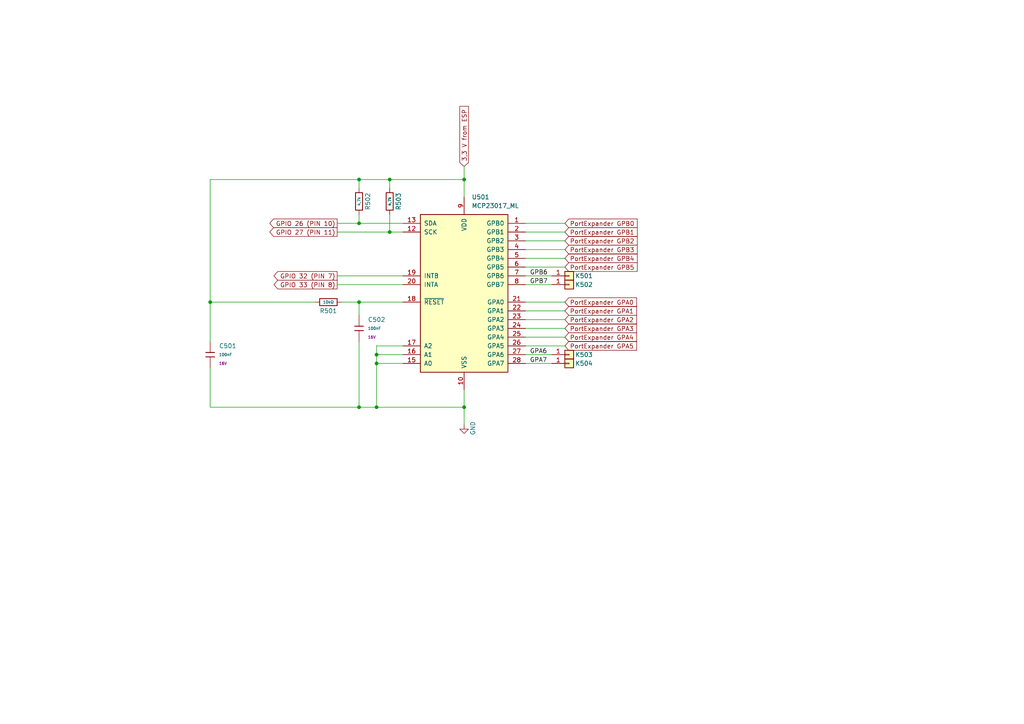
<source format=kicad_sch>
(kicad_sch (version 20231120) (generator "eeschema") (generator_version "8.0")
  (paper "A4")
  (title_block (title "Port Expander") (comment 1 "Subsheet Brake Out Borad") (comment 2 "(c) Norbert Schechner"))
  (lib_symbols
    (symbol "Connector_Generic:Conn_01x01" (pin_names (offset 1.016) hide)
      (property "Reference" "J" (at 0 2.54 0))
      (property "Value" "Conn_01x01" (at 0 -2.54 0))
      (symbol "Conn_01x01_1_1"
        (rectangle (start -1.27 0.127) (end 0 -0.127) (stroke (width 0.1524)))
        (rectangle (start -1.27 1.27) (end 1.27 -1.27) (stroke (width 0.254)) (fill (type background)))
        (pin passive line (at -5.08 0 0) (length 3.81) (name "Pin_1") (number "1"))
      )
    )
    (symbol "Interface_Expansion:MCP23017_SS" (pin_names (offset 1.016))
      (property "Reference" "U" (at -11.43 24.13 0))
      (property "Value" "MCP23017_SS" (at 0 0 0))
      (symbol "MCP23017_SS_0_1"
        (rectangle (start -12.7 22.86) (end 12.7 -22.86) (stroke (width 0.254)) (fill (type background)))
      )
      (symbol "MCP23017_SS_1_1"
        (pin bidirectional line (at 17.78 20.32 180) (length 5.08) (name "GPB0") (number "1"))
        (pin power_in line (at 0 -27.94 90) (length 5.08) (name "VSS") (number "10"))
        (pin no_connect line (at -12.7 15.24 0) (length 5.08) hide (name "NC") (number "11"))
        (pin input line (at -17.78 17.78 0) (length 5.08) (name "SCK") (number "12"))
        (pin bidirectional line (at -17.78 20.32 0) (length 5.08) (name "SDA") (number "13"))
        (pin no_connect line (at -12.7 12.7 0) (length 5.08) hide (name "NC") (number "14"))
        (pin input line (at -17.78 -20.32 0) (length 5.08) (name "A0") (number "15"))
        (pin input line (at -17.78 -17.78 0) (length 5.08) (name "A1") (number "16"))
        (pin input line (at -17.78 -15.24 0) (length 5.08) (name "A2") (number "17"))
        (pin input line (at -17.78 -2.54 0) (length 5.08) (name "~{RESET}") (number "18"))
        (pin tri_state line (at -17.78 5.08 0) (length 5.08) (name "INTB") (number "19"))
        (pin bidirectional line (at 17.78 17.78 180) (length 5.08) (name "GPB1") (number "2"))
        (pin tri_state line (at -17.78 2.54 0) (length 5.08) (name "INTA") (number "20"))
        (pin bidirectional line (at 17.78 -2.54 180) (length 5.08) (name "GPA0") (number "21"))
        (pin bidirectional line (at 17.78 -5.08 180) (length 5.08) (name "GPA1") (number "22"))
        (pin bidirectional line (at 17.78 -7.62 180) (length 5.08) (name "GPA2") (number "23"))
        (pin bidirectional line (at 17.78 -10.16 180) (length 5.08) (name "GPA3") (number "24"))
        (pin bidirectional line (at 17.78 -12.7 180) (length 5.08) (name "GPA4") (number "25"))
        (pin bidirectional line (at 17.78 -15.24 180) (length 5.08) (name "GPA5") (number "26"))
        (pin bidirectional line (at 17.78 -17.78 180) (length 5.08) (name "GPA6") (number "27"))
        (pin output line (at 17.78 -20.32 180) (length 5.08) (name "GPA7") (number "28"))
        (pin bidirectional line (at 17.78 15.24 180) (length 5.08) (name "GPB2") (number "3"))
        (pin bidirectional line (at 17.78 12.7 180) (length 5.08) (name "GPB3") (number "4"))
        (pin bidirectional line (at 17.78 10.16 180) (length 5.08) (name "GPB4") (number "5"))
        (pin bidirectional line (at 17.78 7.62 180) (length 5.08) (name "GPB5") (number "6"))
        (pin bidirectional line (at 17.78 5.08 180) (length 5.08) (name "GPB6") (number "7"))
        (pin output line (at 17.78 2.54 180) (length 5.08) (name "GPB7") (number "8"))
        (pin power_in line (at 0 27.94 270) (length 5.08) (name "VDD") (number "9"))
      )
    )
    (symbol "PCM_JLCPCB-Capacitors:0402,100nF" (pin_numbers hide) (pin_names (offset 0))
      (property "Reference" "C" (at 2.032 1.668 0))
      (property "Value" "100nF" (at 2.032 -0.3782 0))
      (property "Voltage Rated" "16V" (at 2.032 -2.0462 0))
      (symbol "0402,100nF_0_1"
        (polyline (pts (xy -1.27 -0.635) (xy 1.27 -0.635)) (stroke (width 0.254)))
        (polyline (pts (xy -1.27 0.635) (xy 1.27 0.635)) (stroke (width 0.254)))
      )
      (symbol "0402,100nF_1_1"
        (pin passive line (at 0 3.81 270) (length 3.175) (name "~") (number "1"))
        (pin passive line (at 0 -3.81 90) (length 3.175) (name "~") (number "2"))
      )
    )
    (symbol "PCM_JLCPCB-Resistors:0603,10kΩ" (pin_numbers hide) (pin_names (offset 0))
      (property "Reference" "R" (at 1.778 0 0))
      (property "Value" "10kΩ" (at 0 0 90))
      (symbol "0603,10kΩ_0_1"
        (rectangle (start -1.016 2.54) (end 1.016 -2.54) (stroke (width 0.254)))
      )
      (symbol "0603,10kΩ_1_1"
        (pin passive line (at 0 3.81 270) (length 1.27) (name "~") (number "1"))
        (pin passive line (at 0 -3.81 90) (length 1.27) (name "~") (number "2"))
      )
    )
    (symbol "power:GND" (power) (pin_numbers hide) (pin_names (offset 0) hide)
      (property "Value" "GND" (at 0 -3.81 0))
      (symbol "GND_0_1"
        (polyline (pts (xy 0 0) (xy 0 -1.27) (xy 1.27 -1.27) (xy 0 -2.54) (xy -1.27 -1.27) (xy 0 -1.27)))
      )
      (symbol "GND_1_1"
        (pin power_in line (at 0 0 270) (length 0) (name "~") (number "1"))
      )
    )
  )
  (junction (at 104.14 118.11))
  (junction (at 109.22 102.87))
  (junction (at 113.03 67.31))
  (junction (at 60.96 87.63))
  (junction (at 104.14 52.07))
  (junction (at 104.14 64.77))
  (junction (at 109.22 118.11))
  (junction (at 134.62 118.11))
  (junction (at 109.22 105.41))
  (junction (at 113.03 52.07))
  (junction (at 104.14 87.63))
  (junction (at 134.62 52.07))
  (wire (pts (xy 152.4 95.25) (xy 163.83 95.25)))
  (wire (pts (xy 152.4 80.01) (xy 160.02 80.01)))
  (wire (pts (xy 152.4 72.39) (xy 163.83 72.39)))
  (wire (pts (xy 152.4 67.31) (xy 163.83 67.31)))
  (wire (pts (xy 104.14 99.06) (xy 104.14 118.11)))
  (wire (pts (xy 113.03 52.07) (xy 134.62 52.07)))
  (wire (pts (xy 109.22 105.41) (xy 116.84 105.41)))
  (wire (pts (xy 152.4 105.41) (xy 160.02 105.41)))
  (wire (pts (xy 109.22 118.11) (xy 134.62 118.11)))
  (wire (pts (xy 60.96 118.11) (xy 60.96 106.68)))
  (wire (pts (xy 97.79 67.31) (xy 113.03 67.31)))
  (wire (pts (xy 113.03 52.07) (xy 113.03 54.61)))
  (wire (pts (xy 60.96 87.63) (xy 60.96 52.07)))
  (wire (pts (xy 109.22 100.33) (xy 109.22 102.87)))
  (wire (pts (xy 104.14 52.07) (xy 113.03 52.07)))
  (wire (pts (xy 91.44 87.63) (xy 60.96 87.63)))
  (wire (pts (xy 104.14 64.77) (xy 116.84 64.77)))
  (wire (pts (xy 104.14 62.23) (xy 104.14 64.77)))
  (wire (pts (xy 116.84 100.33) (xy 109.22 100.33)))
  (wire (pts (xy 113.03 67.31) (xy 116.84 67.31)))
  (wire (pts (xy 97.79 82.55) (xy 116.84 82.55)))
  (wire (pts (xy 152.4 87.63) (xy 163.83 87.63)))
  (wire (pts (xy 104.14 87.63) (xy 104.14 91.44)))
  (wire (pts (xy 113.03 62.23) (xy 113.03 67.31)))
  (wire (pts (xy 152.4 64.77) (xy 163.83 64.77)))
  (wire (pts (xy 152.4 92.71) (xy 163.83 92.71)))
  (wire (pts (xy 152.4 74.93) (xy 163.83 74.93)))
  (wire (pts (xy 104.14 87.63) (xy 116.84 87.63)))
  (wire (pts (xy 152.4 82.55) (xy 160.02 82.55)))
  (wire (pts (xy 109.22 102.87) (xy 109.22 105.41)))
  (wire (pts (xy 152.4 100.33) (xy 163.83 100.33)))
  (wire (pts (xy 99.06 87.63) (xy 104.14 87.63)))
  (wire (pts (xy 104.14 118.11) (xy 60.96 118.11)))
  (wire (pts (xy 60.96 87.63) (xy 60.96 99.06)))
  (wire (pts (xy 60.96 52.07) (xy 104.14 52.07)))
  (wire (pts (xy 152.4 69.85) (xy 163.83 69.85)))
  (wire (pts (xy 104.14 52.07) (xy 104.14 54.61)))
  (wire (pts (xy 134.62 52.07) (xy 134.62 57.15)))
  (wire (pts (xy 134.62 48.26) (xy 134.62 52.07)))
  (wire (pts (xy 109.22 105.41) (xy 109.22 118.11)))
  (wire (pts (xy 134.62 113.03) (xy 134.62 118.11)))
  (wire (pts (xy 97.79 64.77) (xy 104.14 64.77)))
  (wire (pts (xy 152.4 102.87) (xy 160.02 102.87)))
  (wire (pts (xy 134.62 118.11) (xy 134.62 123.19)))
  (wire (pts (xy 152.4 90.17) (xy 163.83 90.17)))
  (wire (pts (xy 109.22 102.87) (xy 116.84 102.87)))
  (wire (pts (xy 97.79 80.01) (xy 116.84 80.01)))
  (wire (pts (xy 152.4 97.79) (xy 163.83 97.79)))
  (wire (pts (xy 109.22 118.11) (xy 104.14 118.11)))
  (wire (pts (xy 152.4 77.47) (xy 163.83 77.47)))
  (label "GPB7" (at 153.67 82.55 0))
  (label "GPB6" (at 153.67 80.01 0))
  (label "GPA6" (at 153.67 102.87 0))
  (label "GPA7" (at 153.67 105.41 0))
  (global_label "PortExpander GPB0" (shape input) (at 163.83 64.77 0) (property "Intersheetrefs" "${INTERSHEET_REFS}" (at 185.3811 64.77 0) (effects (justify left))))
  (global_label "PortExpander GPA1" (shape input) (at 163.83 90.17 0) (property "Intersheetrefs" "${INTERSHEET_REFS}" (at 185.1997 90.17 0) (effects (justify left))))
  (global_label "PortExpander GPB3" (shape input) (at 163.83 72.39 0) (property "Intersheetrefs" "${INTERSHEET_REFS}" (at 185.3811 72.39 0) (effects (justify left))))
  (global_label "3,3 V from ESP" (shape input) (at 134.62 48.26 90) (property "Intersheetrefs" "${INTERSHEET_REFS}" (at 134.62 30.2769 90) (effects (justify left))))
  (global_label "PortExpander GPB4" (shape input) (at 163.83 74.93 0) (property "Intersheetrefs" "${INTERSHEET_REFS}" (at 185.3811 74.93 0) (effects (justify left))))
  (global_label "PortExpander GPA2" (shape input) (at 163.83 92.71 0) (property "Intersheetrefs" "${INTERSHEET_REFS}" (at 185.1997 92.71 0) (effects (justify left))))
  (global_label "GPIO 27 (PIN 11)" (shape output) (at 97.79 67.31 180) (property "Intersheetrefs" "${INTERSHEET_REFS}" (at 77.69 67.31 0) (effects (justify right))))
  (global_label "PortExpander GPA4" (shape input) (at 163.83 97.79 0) (property "Intersheetrefs" "${INTERSHEET_REFS}" (at 185.1997 97.79 0) (effects (justify left))))
  (global_label "PortExpander GPA0" (shape input) (at 163.83 87.63 0) (property "Intersheetrefs" "${INTERSHEET_REFS}" (at 185.1997 87.63 0) (effects (justify left))))
  (global_label "PortExpander GPA5" (shape input) (at 163.83 100.33 0) (property "Intersheetrefs" "${INTERSHEET_REFS}" (at 185.1997 100.33 0) (effects (justify left))))
  (global_label "PortExpander GPB1" (shape input) (at 163.83 67.31 0) (property "Intersheetrefs" "${INTERSHEET_REFS}" (at 185.3811 67.31 0) (effects (justify left))))
  (global_label "GPIO 32 (PIN 7)" (shape output) (at 97.79 80.01 180) (property "Intersheetrefs" "${INTERSHEET_REFS}" (at 78.8995 80.01 0) (effects (justify right))))
  (global_label "PortExpander GPB2" (shape input) (at 163.83 69.85 0) (property "Intersheetrefs" "${INTERSHEET_REFS}" (at 185.3811 69.85 0) (effects (justify left))))
  (global_label "PortExpander GPB5" (shape input) (at 163.83 77.47 0) (property "Intersheetrefs" "${INTERSHEET_REFS}" (at 185.3811 77.47 0) (effects (justify left))))
  (global_label "PortExpander GPA3" (shape input) (at 163.83 95.25 0) (property "Intersheetrefs" "${INTERSHEET_REFS}" (at 185.1997 95.25 0) (effects (justify left))))
  (global_label "GPIO 33 (PIN 8)" (shape output) (at 97.79 82.55 180) (property "Intersheetrefs" "${INTERSHEET_REFS}" (at 78.8995 82.55 0) (effects (justify right))))
  (global_label "GPIO 26 (PIN 10)" (shape output) (at 97.79 64.77 180) (property "Intersheetrefs" "${INTERSHEET_REFS}" (at 77.69 64.77 0) (effects (justify right))))
  (symbol (lib_id "PCM_JLCPCB-Resistors:0603,10kΩ") (at 95.25 87.63 90) (unit 1)
    (property "Reference" "R501" (at 95.25 90.17 90))
    (property "Value" "10kΩ" (at 95.25 87.63 90) (effects (font (size 0.8 0.8))))
    (property "Footprint" "PCM_JLCPCB:R_0603" (effects (hide yes)))
    (property "Datasheet" "https://www.lcsc.com/datasheet/lcsc_datasheet_2206010045_UNI-ROYAL-Uniroyal-Elec-0603WAF1002T5E_C25804.pdf" (effects (hide yes)))
    (property "Description" "100mW Thick Film Resistors 75V ±100ppm/°C ±1% 10kΩ 0603 Chip Resistor - Surface Mount ROHS" (effects (hide yes)))
    (property "LCSC" "C25804" (effects (hide yes)))
    (property "Stock" "32886312" (effects (hide yes)))
    (property "Price" "0.004USD" (effects (hide yes)))
    (property "Process" "SMT" (effects (hide yes)))
    (property "Minimum Qty" "20" (effects (hide yes)))
    (property "Attrition Qty" "10" (effects (hide yes)))
    (property "Class" "Basic Component" (effects (hide yes)))
    (property "Category" "Resistors,Chip Resistor - Surface Mount" (effects (hide yes)))
    (property "Manufacturer" "UNI-ROYAL(Uniroyal Elec)" (effects (hide yes)))
    (property "Part" "0603WAF1002T5E" (effects (hide yes)))
    (property "Resistance" "10kΩ" (effects (hide yes)))
    (property "Power(Watts)" "100mW" (effects (hide yes)))
    (property "Type" "Thick Film Resistors" (effects (hide yes)))
    (property "Overload Voltage (Max)" "75V" (effects (hide yes)))
    (property "Operating Temperature Range" "-55°C~+155°C" (effects (hide yes)))
    (property "Tolerance" "±1%" (effects (hide yes)))
    (property "Temperature Coefficient" "±100ppm/°C" (effects (hide yes)))
  )
  (symbol (lib_id "PCM_JLCPCB-Resistors:0603,10kΩ") (at 113.03 58.42 180) (unit 1)
    (property "Reference" "R503" (at 115.57 58.42 90))
    (property "Value" "4,7k" (at 113.03 58.42 90) (effects (font (size 0.8 0.8))))
    (property "Footprint" "PCM_JLCPCB:R_0603" (effects (hide yes)))
    (property "Datasheet" "https://www.lcsc.com/datasheet/lcsc_datasheet_2206010045_UNI-ROYAL-Uniroyal-Elec-0603WAF1002T5E_C25804.pdf" (effects (hide yes)))
    (property "Description" "100mW Thick Film Resistors 75V ±100ppm/°C ±1% 10kΩ 0603 Chip Resistor - Surface Mount ROHS" (effects (hide yes)))
    (property "LCSC" "C25804" (effects (hide yes)))
    (property "Stock" "32886312" (effects (hide yes)))
    (property "Price" "0.004USD" (effects (hide yes)))
    (property "Process" "SMT" (effects (hide yes)))
    (property "Minimum Qty" "20" (effects (hide yes)))
    (property "Attrition Qty" "10" (effects (hide yes)))
    (property "Class" "Basic Component" (effects (hide yes)))
    (property "Category" "Resistors,Chip Resistor - Surface Mount" (effects (hide yes)))
    (property "Manufacturer" "UNI-ROYAL(Uniroyal Elec)" (effects (hide yes)))
    (property "Part" "0603WAF1002T5E" (effects (hide yes)))
    (property "Resistance" "10kΩ" (effects (hide yes)))
    (property "Power(Watts)" "100mW" (effects (hide yes)))
    (property "Type" "Thick Film Resistors" (effects (hide yes)))
    (property "Overload Voltage (Max)" "75V" (effects (hide yes)))
    (property "Operating Temperature Range" "-55°C~+155°C" (effects (hide yes)))
    (property "Tolerance" "±1%" (effects (hide yes)))
    (property "Temperature Coefficient" "±100ppm/°C" (effects (hide yes)))
  )
  (symbol (lib_id "PCM_JLCPCB-Capacitors:0402,100nF") (at 104.14 95.25 180) (unit 1)
    (property "Reference" "C502" (at 106.68 92.7099 0) (effects (justify right)))
    (property "Value" "100nF" (at 106.68 95.25 0) (effects (font (size 0.8 0.8)) (justify right)))
    (property "Footprint" "PCM_JLCPCB:C_0402" (effects (hide yes)))
    (property "Datasheet" "https://www.lcsc.com/datasheet/lcsc_datasheet_2304140030_Samsung-Electro-Mechanics-CL05B104KO5NNNC_C1525.pdf" (effects (hide yes)))
    (property "Description" "16V 100nF X7R ±10% 0402 Multilayer Ceramic Capacitors MLCC - SMD/SMT ROHS" (effects (hide yes)))
    (property "LCSC" "C1525" (effects (hide yes)))
    (property "Stock" "22591671" (effects (hide yes)))
    (property "Price" "0.004USD" (effects (hide yes)))
    (property "Process" "SMT" (effects (hide yes)))
    (property "Minimum Qty" "20" (effects (hide yes)))
    (property "Attrition Qty" "10" (effects (hide yes)))
    (property "Class" "Basic Component" (effects (hide yes)))
    (property "Category" "Capacitors,Multilayer Ceramic Capacitors MLCC - SMD/SMT" (effects (hide yes)))
    (property "Manufacturer" "Samsung Electro-Mechanics" (effects (hide yes)))
    (property "Part" "CL05B104KO5NNNC" (effects (hide yes)))
    (property "Voltage Rated" "16V" (at 106.68 97.79 0) (effects (font (size 0.8 0.8)) (justify right)))
    (property "Tolerance" "±10%" (effects (hide yes)))
    (property "Capacitance" "100nF" (effects (hide yes)))
    (property "Temperature Coefficient" "X7R" (effects (hide yes)))
  )
  (symbol (lib_id "PCM_JLCPCB-Capacitors:0402,100nF") (at 60.96 102.87 0) (unit 1)
    (property "Reference" "C501" (at 63.5 100.3299 0) (effects (justify left)))
    (property "Value" "100nF" (at 63.5 102.87 0) (effects (font (size 0.8 0.8)) (justify left)))
    (property "Footprint" "PCM_JLCPCB:C_0402" (effects (hide yes)))
    (property "Datasheet" "https://www.lcsc.com/datasheet/lcsc_datasheet_2304140030_Samsung-Electro-Mechanics-CL05B104KO5NNNC_C1525.pdf" (effects (hide yes)))
    (property "Description" "16V 100nF X7R ±10% 0402 Multilayer Ceramic Capacitors MLCC - SMD/SMT ROHS" (effects (hide yes)))
    (property "LCSC" "C1525" (effects (hide yes)))
    (property "Stock" "22591671" (effects (hide yes)))
    (property "Price" "0.004USD" (effects (hide yes)))
    (property "Process" "SMT" (effects (hide yes)))
    (property "Minimum Qty" "20" (effects (hide yes)))
    (property "Attrition Qty" "10" (effects (hide yes)))
    (property "Class" "Basic Component" (effects (hide yes)))
    (property "Category" "Capacitors,Multilayer Ceramic Capacitors MLCC - SMD/SMT" (effects (hide yes)))
    (property "Manufacturer" "Samsung Electro-Mechanics" (effects (hide yes)))
    (property "Part" "CL05B104KO5NNNC" (effects (hide yes)))
    (property "Voltage Rated" "16V" (at 63.5 105.41 0) (effects (font (size 0.8 0.8)) (justify left)))
    (property "Tolerance" "±10%" (effects (hide yes)))
    (property "Capacitance" "100nF" (effects (hide yes)))
    (property "Temperature Coefficient" "X7R" (effects (hide yes)))
  )
  (symbol (lib_id "Connector_Generic:Conn_01x01") (at 165.1 105.41 0) (unit 1)
    (property "Reference" "K504" (at 171.958 105.41 0) (effects (justify right)))
    (property "Value" "K31" (effects (hide yes)))
    (property "Footprint" "Connector_Wire:SolderWire-0.5sqmm_1x01_D0.9mm_OD2.1mm" (effects (hide yes)))
    (property "Description" "Generic connector, single row, 01x01, script generated (kicad-library-utils/schlib/autogen/connector/)" (effects (hide yes)))
  )
  (symbol (lib_id "Interface_Expansion:MCP23017_SS") (at 134.62 85.09 0) (unit 1)
    (property "Reference" "U501" (at 136.8141 57.15 0) (effects (justify left)))
    (property "Value" "MCP23017_ML" (at 136.8141 59.69 0) (effects (justify left)))
    (property "Footprint" "Package_SO:SSOP-28_5.3x10.2mm_P0.65mm" (effects (hide yes)))
    (property "Datasheet" "https://ww1.microchip.com/downloads/aemDocuments/documents/APID/ProductDocuments/DataSheets/MCP23017-Data-Sheet-DS20001952.pdf" (effects (hide yes)))
    (property "Description" "16-bit I/O expander, I2C, interrupts, w pull-ups, SSOP-28" (effects (hide yes)))
  )
  (symbol (lib_id "power:GND") (at 134.62 123.19 0) (unit 1)
    (property "Reference" "#PWR0501" (effects (hide yes)))
    (property "Value" "GND" (at 137.16 122.174 90) (effects (justify right)))
    (property "Description" "Power symbol creates a global label with name \"GND\" , ground" (effects (hide yes)))
  )
  (symbol (lib_id "Connector_Generic:Conn_01x01") (at 165.1 102.87 0) (unit 1)
    (property "Reference" "K503" (at 171.958 102.87 0) (effects (justify right)))
    (property "Value" "K31" (effects (hide yes)))
    (property "Footprint" "Connector_Wire:SolderWire-0.5sqmm_1x01_D0.9mm_OD2.1mm" (effects (hide yes)))
    (property "Description" "Generic connector, single row, 01x01, script generated (kicad-library-utils/schlib/autogen/connector/)" (effects (hide yes)))
  )
  (symbol (lib_id "PCM_JLCPCB-Resistors:0603,10kΩ") (at 104.14 58.42 180) (unit 1)
    (property "Reference" "R502" (at 106.68 58.42 90))
    (property "Value" "4,7k" (at 104.14 58.42 90) (effects (font (size 0.8 0.8))))
    (property "Footprint" "PCM_JLCPCB:R_0603" (effects (hide yes)))
    (property "Datasheet" "https://www.lcsc.com/datasheet/lcsc_datasheet_2206010045_UNI-ROYAL-Uniroyal-Elec-0603WAF1002T5E_C25804.pdf" (effects (hide yes)))
    (property "Description" "100mW Thick Film Resistors 75V ±100ppm/°C ±1% 10kΩ 0603 Chip Resistor - Surface Mount ROHS" (effects (hide yes)))
    (property "LCSC" "C25804" (effects (hide yes)))
    (property "Stock" "32886312" (effects (hide yes)))
    (property "Price" "0.004USD" (effects (hide yes)))
    (property "Process" "SMT" (effects (hide yes)))
    (property "Minimum Qty" "20" (effects (hide yes)))
    (property "Attrition Qty" "10" (effects (hide yes)))
    (property "Class" "Basic Component" (effects (hide yes)))
    (property "Category" "Resistors,Chip Resistor - Surface Mount" (effects (hide yes)))
    (property "Manufacturer" "UNI-ROYAL(Uniroyal Elec)" (effects (hide yes)))
    (property "Part" "0603WAF1002T5E" (effects (hide yes)))
    (property "Resistance" "10kΩ" (effects (hide yes)))
    (property "Power(Watts)" "100mW" (effects (hide yes)))
    (property "Type" "Thick Film Resistors" (effects (hide yes)))
    (property "Overload Voltage (Max)" "75V" (effects (hide yes)))
    (property "Operating Temperature Range" "-55°C~+155°C" (effects (hide yes)))
    (property "Tolerance" "±1%" (effects (hide yes)))
    (property "Temperature Coefficient" "±100ppm/°C" (effects (hide yes)))
  )
  (symbol (lib_id "Connector_Generic:Conn_01x01") (at 165.1 82.55 0) (unit 1)
    (property "Reference" "K502" (at 171.958 82.55 0) (effects (justify right)))
    (property "Value" "K31" (effects (hide yes)))
    (property "Footprint" "Connector_Wire:SolderWire-0.5sqmm_1x01_D0.9mm_OD2.1mm" (effects (hide yes)))
    (property "Description" "Generic connector, single row, 01x01, script generated (kicad-library-utils/schlib/autogen/connector/)" (effects (hide yes)))
  )
  (symbol (lib_id "Connector_Generic:Conn_01x01") (at 165.1 80.01 0) (unit 1)
    (property "Reference" "K501" (at 171.958 80.01 0) (effects (justify right)))
    (property "Value" "K31" (effects (hide yes)))
    (property "Footprint" "Connector_Wire:SolderWire-0.5sqmm_1x01_D0.9mm_OD2.1mm" (effects (hide yes)))
    (property "Description" "Generic connector, single row, 01x01, script generated (kicad-library-utils/schlib/autogen/connector/)" (effects (hide yes)))
  )
)
</source>
